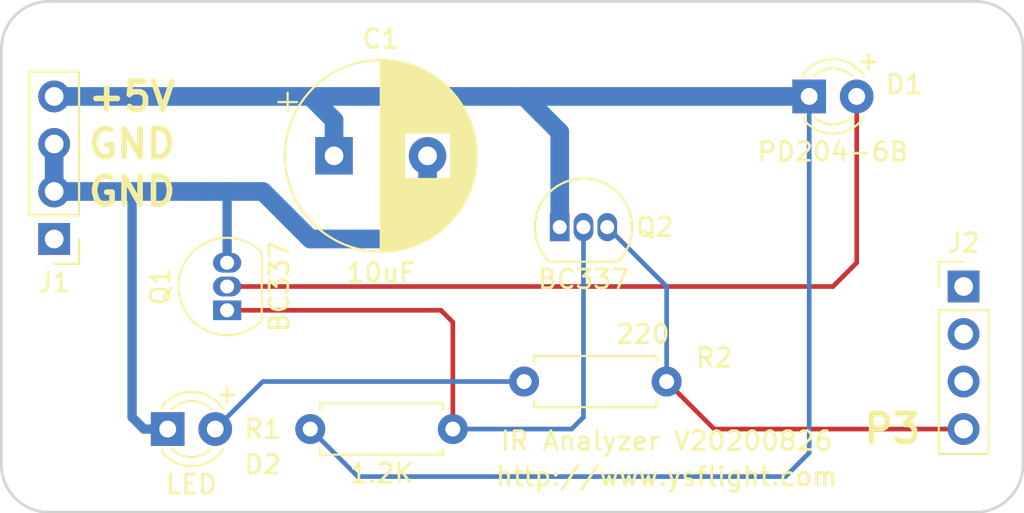
<source format=kicad_pcb>
(kicad_pcb (version 20171130) (host pcbnew "(5.1.6)-1")

  (general
    (thickness 1.6)
    (drawings 18)
    (tracks 45)
    (zones 0)
    (modules 9)
    (nets 11)
  )

  (page A4)
  (layers
    (0 F.Cu signal)
    (31 B.Cu signal)
    (32 B.Adhes user)
    (33 F.Adhes user)
    (34 B.Paste user)
    (35 F.Paste user)
    (36 B.SilkS user)
    (37 F.SilkS user)
    (38 B.Mask user)
    (39 F.Mask user)
    (40 Dwgs.User user)
    (41 Cmts.User user)
    (42 Eco1.User user)
    (43 Eco2.User user)
    (44 Edge.Cuts user)
    (45 Margin user)
    (46 B.CrtYd user)
    (47 F.CrtYd user)
    (48 B.Fab user)
    (49 F.Fab user)
  )

  (setup
    (last_trace_width 0.25)
    (trace_clearance 0.2)
    (zone_clearance 0.508)
    (zone_45_only no)
    (trace_min 0.2)
    (via_size 0.8)
    (via_drill 0.4)
    (via_min_size 0.4)
    (via_min_drill 0.3)
    (uvia_size 0.3)
    (uvia_drill 0.1)
    (uvias_allowed no)
    (uvia_min_size 0.2)
    (uvia_min_drill 0.1)
    (edge_width 0.1)
    (segment_width 0.2)
    (pcb_text_width 0.3)
    (pcb_text_size 1.5 1.5)
    (mod_edge_width 0.15)
    (mod_text_size 1 1)
    (mod_text_width 0.15)
    (pad_size 1.524 1.524)
    (pad_drill 0.762)
    (pad_to_mask_clearance 0)
    (aux_axis_origin 0 0)
    (visible_elements FFFFFF7F)
    (pcbplotparams
      (layerselection 0x010fc_ffffffff)
      (usegerberextensions false)
      (usegerberattributes true)
      (usegerberadvancedattributes true)
      (creategerberjobfile true)
      (excludeedgelayer true)
      (linewidth 0.100000)
      (plotframeref false)
      (viasonmask false)
      (mode 1)
      (useauxorigin false)
      (hpglpennumber 1)
      (hpglpenspeed 20)
      (hpglpendiameter 15.000000)
      (psnegative false)
      (psa4output false)
      (plotreference true)
      (plotvalue true)
      (plotinvisibletext false)
      (padsonsilk false)
      (subtractmaskfromsilk false)
      (outputformat 1)
      (mirror false)
      (drillshape 1)
      (scaleselection 1)
      (outputdirectory ""))
  )

  (net 0 "")
  (net 1 Arduino_GND)
  (net 2 Arduino_+5V)
  (net 3 "Net-(D1-Pad2)")
  (net 4 "Net-(D2-Pad2)")
  (net 5 "Net-(J1-Pad1)")
  (net 6 Arduino_Pin3)
  (net 7 "Net-(J2-Pad3)")
  (net 8 "Net-(J2-Pad2)")
  (net 9 "Net-(J2-Pad1)")
  (net 10 "Net-(Q1-Pad1)")

  (net_class Default "This is the default net class."
    (clearance 0.2)
    (trace_width 0.25)
    (via_dia 0.8)
    (via_drill 0.4)
    (uvia_dia 0.3)
    (uvia_drill 0.1)
    (add_net Arduino_+5V)
    (add_net Arduino_GND)
    (add_net Arduino_Pin3)
    (add_net "Net-(D1-Pad2)")
    (add_net "Net-(D2-Pad2)")
    (add_net "Net-(J1-Pad1)")
    (add_net "Net-(J2-Pad1)")
    (add_net "Net-(J2-Pad2)")
    (add_net "Net-(J2-Pad3)")
    (add_net "Net-(Q1-Pad1)")
  )

  (module Resistor_THT:R_Axial_DIN0207_L6.3mm_D2.5mm_P7.62mm_Horizontal (layer F.Cu) (tedit 5AE5139B) (tstamp 5F477B63)
    (at 133.985 90.17 180)
    (descr "Resistor, Axial_DIN0207 series, Axial, Horizontal, pin pitch=7.62mm, 0.25W = 1/4W, length*diameter=6.3*2.5mm^2, http://cdn-reichelt.de/documents/datenblatt/B400/1_4W%23YAG.pdf")
    (tags "Resistor Axial_DIN0207 series Axial Horizontal pin pitch 7.62mm 0.25W = 1/4W length 6.3mm diameter 2.5mm")
    (path /5D9838BB)
    (fp_text reference R2 (at -2.54 1.27) (layer F.SilkS)
      (effects (font (size 1 1) (thickness 0.15)))
    )
    (fp_text value 220 (at 1.27 2.54) (layer F.SilkS)
      (effects (font (size 1 1) (thickness 0.15)))
    )
    (fp_text user %R (at 3.81 0) (layer F.Fab)
      (effects (font (size 1 1) (thickness 0.15)))
    )
    (fp_line (start 0.66 -1.25) (end 0.66 1.25) (layer F.Fab) (width 0.1))
    (fp_line (start 0.66 1.25) (end 6.96 1.25) (layer F.Fab) (width 0.1))
    (fp_line (start 6.96 1.25) (end 6.96 -1.25) (layer F.Fab) (width 0.1))
    (fp_line (start 6.96 -1.25) (end 0.66 -1.25) (layer F.Fab) (width 0.1))
    (fp_line (start 0 0) (end 0.66 0) (layer F.Fab) (width 0.1))
    (fp_line (start 7.62 0) (end 6.96 0) (layer F.Fab) (width 0.1))
    (fp_line (start 0.54 -1.04) (end 0.54 -1.37) (layer F.SilkS) (width 0.12))
    (fp_line (start 0.54 -1.37) (end 7.08 -1.37) (layer F.SilkS) (width 0.12))
    (fp_line (start 7.08 -1.37) (end 7.08 -1.04) (layer F.SilkS) (width 0.12))
    (fp_line (start 0.54 1.04) (end 0.54 1.37) (layer F.SilkS) (width 0.12))
    (fp_line (start 0.54 1.37) (end 7.08 1.37) (layer F.SilkS) (width 0.12))
    (fp_line (start 7.08 1.37) (end 7.08 1.04) (layer F.SilkS) (width 0.12))
    (fp_line (start -1.05 -1.5) (end -1.05 1.5) (layer F.CrtYd) (width 0.05))
    (fp_line (start -1.05 1.5) (end 8.67 1.5) (layer F.CrtYd) (width 0.05))
    (fp_line (start 8.67 1.5) (end 8.67 -1.5) (layer F.CrtYd) (width 0.05))
    (fp_line (start 8.67 -1.5) (end -1.05 -1.5) (layer F.CrtYd) (width 0.05))
    (pad 2 thru_hole oval (at 7.62 0 180) (size 1.6 1.6) (drill 0.8) (layers *.Cu *.Mask)
      (net 4 "Net-(D2-Pad2)"))
    (pad 1 thru_hole circle (at 0 0 180) (size 1.6 1.6) (drill 0.8) (layers *.Cu *.Mask)
      (net 6 Arduino_Pin3))
    (model ${KISYS3DMOD}/Resistor_THT.3dshapes/R_Axial_DIN0207_L6.3mm_D2.5mm_P7.62mm_Horizontal.wrl
      (at (xyz 0 0 0))
      (scale (xyz 1 1 1))
      (rotate (xyz 0 0 0))
    )
  )

  (module Resistor_THT:R_Axial_DIN0207_L6.3mm_D2.5mm_P7.62mm_Horizontal (layer F.Cu) (tedit 5AE5139B) (tstamp 5F478417)
    (at 114.935 92.71)
    (descr "Resistor, Axial_DIN0207 series, Axial, Horizontal, pin pitch=7.62mm, 0.25W = 1/4W, length*diameter=6.3*2.5mm^2, http://cdn-reichelt.de/documents/datenblatt/B400/1_4W%23YAG.pdf")
    (tags "Resistor Axial_DIN0207 series Axial Horizontal pin pitch 7.62mm 0.25W = 1/4W length 6.3mm diameter 2.5mm")
    (path /5D981634)
    (fp_text reference R1 (at -2.54 0) (layer F.SilkS)
      (effects (font (size 1 1) (thickness 0.15)))
    )
    (fp_text value 1.2K (at 3.81 2.37) (layer F.SilkS)
      (effects (font (size 1 1) (thickness 0.15)))
    )
    (fp_text user %R (at 3.81 0) (layer F.Fab)
      (effects (font (size 1 1) (thickness 0.15)))
    )
    (fp_line (start 0.66 -1.25) (end 0.66 1.25) (layer F.Fab) (width 0.1))
    (fp_line (start 0.66 1.25) (end 6.96 1.25) (layer F.Fab) (width 0.1))
    (fp_line (start 6.96 1.25) (end 6.96 -1.25) (layer F.Fab) (width 0.1))
    (fp_line (start 6.96 -1.25) (end 0.66 -1.25) (layer F.Fab) (width 0.1))
    (fp_line (start 0 0) (end 0.66 0) (layer F.Fab) (width 0.1))
    (fp_line (start 7.62 0) (end 6.96 0) (layer F.Fab) (width 0.1))
    (fp_line (start 0.54 -1.04) (end 0.54 -1.37) (layer F.SilkS) (width 0.12))
    (fp_line (start 0.54 -1.37) (end 7.08 -1.37) (layer F.SilkS) (width 0.12))
    (fp_line (start 7.08 -1.37) (end 7.08 -1.04) (layer F.SilkS) (width 0.12))
    (fp_line (start 0.54 1.04) (end 0.54 1.37) (layer F.SilkS) (width 0.12))
    (fp_line (start 0.54 1.37) (end 7.08 1.37) (layer F.SilkS) (width 0.12))
    (fp_line (start 7.08 1.37) (end 7.08 1.04) (layer F.SilkS) (width 0.12))
    (fp_line (start -1.05 -1.5) (end -1.05 1.5) (layer F.CrtYd) (width 0.05))
    (fp_line (start -1.05 1.5) (end 8.67 1.5) (layer F.CrtYd) (width 0.05))
    (fp_line (start 8.67 1.5) (end 8.67 -1.5) (layer F.CrtYd) (width 0.05))
    (fp_line (start 8.67 -1.5) (end -1.05 -1.5) (layer F.CrtYd) (width 0.05))
    (pad 2 thru_hole oval (at 7.62 0) (size 1.6 1.6) (drill 0.8) (layers *.Cu *.Mask)
      (net 10 "Net-(Q1-Pad1)"))
    (pad 1 thru_hole circle (at 0 0) (size 1.6 1.6) (drill 0.8) (layers *.Cu *.Mask)
      (net 2 Arduino_+5V))
    (model ${KISYS3DMOD}/Resistor_THT.3dshapes/R_Axial_DIN0207_L6.3mm_D2.5mm_P7.62mm_Horizontal.wrl
      (at (xyz 0 0 0))
      (scale (xyz 1 1 1))
      (rotate (xyz 0 0 0))
    )
  )

  (module Package_TO_SOT_THT:TO-92_Inline (layer F.Cu) (tedit 5A1DD157) (tstamp 5F477B35)
    (at 128.27 81.915)
    (descr "TO-92 leads in-line, narrow, oval pads, drill 0.75mm (see NXP sot054_po.pdf)")
    (tags "to-92 sc-43 sc-43a sot54 PA33 transistor")
    (path /5D98102F)
    (fp_text reference Q2 (at 5.08 0) (layer F.SilkS)
      (effects (font (size 1 1) (thickness 0.15)))
    )
    (fp_text value BC337 (at 1.27 2.79) (layer F.SilkS)
      (effects (font (size 1 1) (thickness 0.15)))
    )
    (fp_arc (start 1.27 0) (end 1.27 -2.6) (angle 135) (layer F.SilkS) (width 0.12))
    (fp_arc (start 1.27 0) (end 1.27 -2.48) (angle -135) (layer F.Fab) (width 0.1))
    (fp_arc (start 1.27 0) (end 1.27 -2.6) (angle -135) (layer F.SilkS) (width 0.12))
    (fp_arc (start 1.27 0) (end 1.27 -2.48) (angle 135) (layer F.Fab) (width 0.1))
    (fp_text user %R (at 1.27 -3.56) (layer F.Fab)
      (effects (font (size 1 1) (thickness 0.15)))
    )
    (fp_line (start -0.53 1.85) (end 3.07 1.85) (layer F.SilkS) (width 0.12))
    (fp_line (start -0.5 1.75) (end 3 1.75) (layer F.Fab) (width 0.1))
    (fp_line (start -1.46 -2.73) (end 4 -2.73) (layer F.CrtYd) (width 0.05))
    (fp_line (start -1.46 -2.73) (end -1.46 2.01) (layer F.CrtYd) (width 0.05))
    (fp_line (start 4 2.01) (end 4 -2.73) (layer F.CrtYd) (width 0.05))
    (fp_line (start 4 2.01) (end -1.46 2.01) (layer F.CrtYd) (width 0.05))
    (pad 1 thru_hole rect (at 0 0) (size 1.05 1.5) (drill 0.75) (layers *.Cu *.Mask)
      (net 2 Arduino_+5V))
    (pad 3 thru_hole oval (at 2.54 0) (size 1.05 1.5) (drill 0.75) (layers *.Cu *.Mask)
      (net 6 Arduino_Pin3))
    (pad 2 thru_hole oval (at 1.27 0) (size 1.05 1.5) (drill 0.75) (layers *.Cu *.Mask)
      (net 10 "Net-(Q1-Pad1)"))
    (model ${KISYS3DMOD}/Package_TO_SOT_THT.3dshapes/TO-92_Inline.wrl
      (at (xyz 0 0 0))
      (scale (xyz 1 1 1))
      (rotate (xyz 0 0 0))
    )
  )

  (module Package_TO_SOT_THT:TO-92_Inline (layer F.Cu) (tedit 5A1DD157) (tstamp 5F477B23)
    (at 110.49 86.36 90)
    (descr "TO-92 leads in-line, narrow, oval pads, drill 0.75mm (see NXP sot054_po.pdf)")
    (tags "to-92 sc-43 sc-43a sot54 PA33 transistor")
    (path /5D980FF3)
    (fp_text reference Q1 (at 1.27 -3.56 90) (layer F.SilkS)
      (effects (font (size 1 1) (thickness 0.15)))
    )
    (fp_text value BC337 (at 1.27 2.79 90) (layer F.SilkS)
      (effects (font (size 1 1) (thickness 0.15)))
    )
    (fp_arc (start 1.27 0) (end 1.27 -2.6) (angle 135) (layer F.SilkS) (width 0.12))
    (fp_arc (start 1.27 0) (end 1.27 -2.48) (angle -135) (layer F.Fab) (width 0.1))
    (fp_arc (start 1.27 0) (end 1.27 -2.6) (angle -135) (layer F.SilkS) (width 0.12))
    (fp_arc (start 1.27 0) (end 1.27 -2.48) (angle 135) (layer F.Fab) (width 0.1))
    (fp_text user %R (at 1.27 -3.56 90) (layer F.Fab)
      (effects (font (size 1 1) (thickness 0.15)))
    )
    (fp_line (start -0.53 1.85) (end 3.07 1.85) (layer F.SilkS) (width 0.12))
    (fp_line (start -0.5 1.75) (end 3 1.75) (layer F.Fab) (width 0.1))
    (fp_line (start -1.46 -2.73) (end 4 -2.73) (layer F.CrtYd) (width 0.05))
    (fp_line (start -1.46 -2.73) (end -1.46 2.01) (layer F.CrtYd) (width 0.05))
    (fp_line (start 4 2.01) (end 4 -2.73) (layer F.CrtYd) (width 0.05))
    (fp_line (start 4 2.01) (end -1.46 2.01) (layer F.CrtYd) (width 0.05))
    (pad 1 thru_hole rect (at 0 0 90) (size 1.05 1.5) (drill 0.75) (layers *.Cu *.Mask)
      (net 10 "Net-(Q1-Pad1)"))
    (pad 3 thru_hole oval (at 2.54 0 90) (size 1.05 1.5) (drill 0.75) (layers *.Cu *.Mask)
      (net 1 Arduino_GND))
    (pad 2 thru_hole oval (at 1.27 0 90) (size 1.05 1.5) (drill 0.75) (layers *.Cu *.Mask)
      (net 3 "Net-(D1-Pad2)"))
    (model ${KISYS3DMOD}/Package_TO_SOT_THT.3dshapes/TO-92_Inline.wrl
      (at (xyz 0 0 0))
      (scale (xyz 1 1 1))
      (rotate (xyz 0 0 0))
    )
  )

  (module Connector_PinHeader_2.54mm:PinHeader_1x04_P2.54mm_Vertical (layer F.Cu) (tedit 59FED5CC) (tstamp 5F477B11)
    (at 149.86 85.09)
    (descr "Through hole straight pin header, 1x04, 2.54mm pitch, single row")
    (tags "Through hole pin header THT 1x04 2.54mm single row")
    (path /5F473F20)
    (fp_text reference J2 (at 0 -2.33) (layer F.SilkS)
      (effects (font (size 1 1) (thickness 0.15)))
    )
    (fp_text value Data (at 0 9.95) (layer F.Fab)
      (effects (font (size 1 1) (thickness 0.15)))
    )
    (fp_text user %R (at 0 3.81 90) (layer F.Fab)
      (effects (font (size 1 1) (thickness 0.15)))
    )
    (fp_line (start -0.635 -1.27) (end 1.27 -1.27) (layer F.Fab) (width 0.1))
    (fp_line (start 1.27 -1.27) (end 1.27 8.89) (layer F.Fab) (width 0.1))
    (fp_line (start 1.27 8.89) (end -1.27 8.89) (layer F.Fab) (width 0.1))
    (fp_line (start -1.27 8.89) (end -1.27 -0.635) (layer F.Fab) (width 0.1))
    (fp_line (start -1.27 -0.635) (end -0.635 -1.27) (layer F.Fab) (width 0.1))
    (fp_line (start -1.33 8.95) (end 1.33 8.95) (layer F.SilkS) (width 0.12))
    (fp_line (start -1.33 1.27) (end -1.33 8.95) (layer F.SilkS) (width 0.12))
    (fp_line (start 1.33 1.27) (end 1.33 8.95) (layer F.SilkS) (width 0.12))
    (fp_line (start -1.33 1.27) (end 1.33 1.27) (layer F.SilkS) (width 0.12))
    (fp_line (start -1.33 0) (end -1.33 -1.33) (layer F.SilkS) (width 0.12))
    (fp_line (start -1.33 -1.33) (end 0 -1.33) (layer F.SilkS) (width 0.12))
    (fp_line (start -1.8 -1.8) (end -1.8 9.4) (layer F.CrtYd) (width 0.05))
    (fp_line (start -1.8 9.4) (end 1.8 9.4) (layer F.CrtYd) (width 0.05))
    (fp_line (start 1.8 9.4) (end 1.8 -1.8) (layer F.CrtYd) (width 0.05))
    (fp_line (start 1.8 -1.8) (end -1.8 -1.8) (layer F.CrtYd) (width 0.05))
    (pad 4 thru_hole oval (at 0 7.62) (size 1.7 1.7) (drill 1) (layers *.Cu *.Mask)
      (net 6 Arduino_Pin3))
    (pad 3 thru_hole oval (at 0 5.08) (size 1.7 1.7) (drill 1) (layers *.Cu *.Mask)
      (net 7 "Net-(J2-Pad3)"))
    (pad 2 thru_hole oval (at 0 2.54) (size 1.7 1.7) (drill 1) (layers *.Cu *.Mask)
      (net 8 "Net-(J2-Pad2)"))
    (pad 1 thru_hole rect (at 0 0) (size 1.7 1.7) (drill 1) (layers *.Cu *.Mask)
      (net 9 "Net-(J2-Pad1)"))
    (model ${KISYS3DMOD}/Connector_PinHeader_2.54mm.3dshapes/PinHeader_1x04_P2.54mm_Vertical.wrl
      (at (xyz 0 0 0))
      (scale (xyz 1 1 1))
      (rotate (xyz 0 0 0))
    )
  )

  (module Connector_PinHeader_2.54mm:PinHeader_1x04_P2.54mm_Vertical (layer F.Cu) (tedit 59FED5CC) (tstamp 5F477AF9)
    (at 101.245354 82.55 180)
    (descr "Through hole straight pin header, 1x04, 2.54mm pitch, single row")
    (tags "Through hole pin header THT 1x04 2.54mm single row")
    (path /5F4780E1)
    (fp_text reference J1 (at 0 -2.33) (layer F.SilkS)
      (effects (font (size 1 1) (thickness 0.15)))
    )
    (fp_text value Power (at 0 9.95) (layer F.Fab)
      (effects (font (size 1 1) (thickness 0.15)))
    )
    (fp_text user %R (at 0 3.81 90) (layer F.Fab)
      (effects (font (size 1 1) (thickness 0.15)))
    )
    (fp_line (start -0.635 -1.27) (end 1.27 -1.27) (layer F.Fab) (width 0.1))
    (fp_line (start 1.27 -1.27) (end 1.27 8.89) (layer F.Fab) (width 0.1))
    (fp_line (start 1.27 8.89) (end -1.27 8.89) (layer F.Fab) (width 0.1))
    (fp_line (start -1.27 8.89) (end -1.27 -0.635) (layer F.Fab) (width 0.1))
    (fp_line (start -1.27 -0.635) (end -0.635 -1.27) (layer F.Fab) (width 0.1))
    (fp_line (start -1.33 8.95) (end 1.33 8.95) (layer F.SilkS) (width 0.12))
    (fp_line (start -1.33 1.27) (end -1.33 8.95) (layer F.SilkS) (width 0.12))
    (fp_line (start 1.33 1.27) (end 1.33 8.95) (layer F.SilkS) (width 0.12))
    (fp_line (start -1.33 1.27) (end 1.33 1.27) (layer F.SilkS) (width 0.12))
    (fp_line (start -1.33 0) (end -1.33 -1.33) (layer F.SilkS) (width 0.12))
    (fp_line (start -1.33 -1.33) (end 0 -1.33) (layer F.SilkS) (width 0.12))
    (fp_line (start -1.8 -1.8) (end -1.8 9.4) (layer F.CrtYd) (width 0.05))
    (fp_line (start -1.8 9.4) (end 1.8 9.4) (layer F.CrtYd) (width 0.05))
    (fp_line (start 1.8 9.4) (end 1.8 -1.8) (layer F.CrtYd) (width 0.05))
    (fp_line (start 1.8 -1.8) (end -1.8 -1.8) (layer F.CrtYd) (width 0.05))
    (pad 4 thru_hole oval (at 0 7.62 180) (size 1.7 1.7) (drill 1) (layers *.Cu *.Mask)
      (net 2 Arduino_+5V))
    (pad 3 thru_hole oval (at 0 5.08 180) (size 1.7 1.7) (drill 1) (layers *.Cu *.Mask)
      (net 1 Arduino_GND))
    (pad 2 thru_hole oval (at 0 2.54 180) (size 1.7 1.7) (drill 1) (layers *.Cu *.Mask)
      (net 1 Arduino_GND))
    (pad 1 thru_hole rect (at 0 0 180) (size 1.7 1.7) (drill 1) (layers *.Cu *.Mask)
      (net 5 "Net-(J1-Pad1)"))
    (model ${KISYS3DMOD}/Connector_PinHeader_2.54mm.3dshapes/PinHeader_1x04_P2.54mm_Vertical.wrl
      (at (xyz 0 0 0))
      (scale (xyz 1 1 1))
      (rotate (xyz 0 0 0))
    )
  )

  (module LED_THT:LED_D3.0mm (layer F.Cu) (tedit 587A3A7B) (tstamp 5F477AE1)
    (at 107.315 92.71)
    (descr "LED, diameter 3.0mm, 2 pins")
    (tags "LED diameter 3.0mm 2 pins")
    (path /5D983800)
    (fp_text reference D2 (at 5.08 1.905) (layer F.SilkS)
      (effects (font (size 1 1) (thickness 0.15)))
    )
    (fp_text value LED (at 1.27 2.96) (layer F.SilkS)
      (effects (font (size 1 1) (thickness 0.15)))
    )
    (fp_arc (start 1.27 0) (end 0.229039 1.08) (angle -87.9) (layer F.SilkS) (width 0.12))
    (fp_arc (start 1.27 0) (end 0.229039 -1.08) (angle 87.9) (layer F.SilkS) (width 0.12))
    (fp_arc (start 1.27 0) (end -0.29 1.235516) (angle -108.8) (layer F.SilkS) (width 0.12))
    (fp_arc (start 1.27 0) (end -0.29 -1.235516) (angle 108.8) (layer F.SilkS) (width 0.12))
    (fp_arc (start 1.27 0) (end -0.23 -1.16619) (angle 284.3) (layer F.Fab) (width 0.1))
    (fp_circle (center 1.27 0) (end 2.77 0) (layer F.Fab) (width 0.1))
    (fp_line (start -0.23 -1.16619) (end -0.23 1.16619) (layer F.Fab) (width 0.1))
    (fp_line (start -0.29 -1.236) (end -0.29 -1.08) (layer F.SilkS) (width 0.12))
    (fp_line (start -0.29 1.08) (end -0.29 1.236) (layer F.SilkS) (width 0.12))
    (fp_line (start -1.15 -2.25) (end -1.15 2.25) (layer F.CrtYd) (width 0.05))
    (fp_line (start -1.15 2.25) (end 3.7 2.25) (layer F.CrtYd) (width 0.05))
    (fp_line (start 3.7 2.25) (end 3.7 -2.25) (layer F.CrtYd) (width 0.05))
    (fp_line (start 3.7 -2.25) (end -1.15 -2.25) (layer F.CrtYd) (width 0.05))
    (pad 2 thru_hole circle (at 2.54 0) (size 1.8 1.8) (drill 0.9) (layers *.Cu *.Mask)
      (net 4 "Net-(D2-Pad2)"))
    (pad 1 thru_hole rect (at 0 0) (size 1.8 1.8) (drill 0.9) (layers *.Cu *.Mask)
      (net 1 Arduino_GND))
    (model ${KISYS3DMOD}/LED_THT.3dshapes/LED_D3.0mm.wrl
      (at (xyz 0 0 0))
      (scale (xyz 1 1 1))
      (rotate (xyz 0 0 0))
    )
  )

  (module LED_THT:LED_D3.0mm_IRBlack (layer F.Cu) (tedit 5A6C9BB8) (tstamp 5F478D02)
    (at 141.605 74.93)
    (descr "IR-ED, diameter 3.0mm, 2 pins, color: black")
    (tags "IR infrared LED diameter 3.0mm 2 pins black")
    (path /5D9816AD)
    (fp_text reference D1 (at 5.08 -0.635) (layer F.SilkS)
      (effects (font (size 1 1) (thickness 0.15)))
    )
    (fp_text value PD204-6B (at 1.27 2.96) (layer F.SilkS)
      (effects (font (size 1 1) (thickness 0.15)))
    )
    (fp_arc (start 1.27 0) (end 0.229039 1.08) (angle -87.9) (layer F.SilkS) (width 0.12))
    (fp_arc (start 1.27 0) (end 0.229039 -1.08) (angle 87.9) (layer F.SilkS) (width 0.12))
    (fp_arc (start 1.27 0) (end -0.29 1.235516) (angle -108.8) (layer F.SilkS) (width 0.12))
    (fp_arc (start 1.27 0) (end -0.29 -1.235516) (angle 108.8) (layer F.SilkS) (width 0.12))
    (fp_arc (start 1.27 0) (end -0.23 -1.16619) (angle 284.3) (layer F.Fab) (width 0.1))
    (fp_text user %R (at 1.47 0) (layer F.Fab)
      (effects (font (size 0.8 0.8) (thickness 0.12)))
    )
    (fp_line (start -0.23 -1.16619) (end -0.23 1.16619) (layer F.Fab) (width 0.1))
    (fp_line (start -0.29 -1.236) (end -0.29 -1.08) (layer F.SilkS) (width 0.12))
    (fp_line (start -0.29 1.08) (end -0.29 1.236) (layer F.SilkS) (width 0.12))
    (fp_line (start -1.15 -2.25) (end -1.15 2.25) (layer F.CrtYd) (width 0.05))
    (fp_line (start -1.15 2.25) (end 3.7 2.25) (layer F.CrtYd) (width 0.05))
    (fp_line (start 3.7 2.25) (end 3.7 -2.25) (layer F.CrtYd) (width 0.05))
    (fp_line (start 3.7 -2.25) (end -1.15 -2.25) (layer F.CrtYd) (width 0.05))
    (fp_circle (center 1.27 0) (end 2.77 0) (layer F.Fab) (width 0.1))
    (pad 2 thru_hole circle (at 2.54 0) (size 1.8 1.8) (drill 0.9) (layers *.Cu *.Mask)
      (net 3 "Net-(D1-Pad2)"))
    (pad 1 thru_hole rect (at 0 0) (size 1.8 1.8) (drill 0.9) (layers *.Cu *.Mask)
      (net 2 Arduino_+5V))
    (model ${KISYS3DMOD}/LED_THT.3dshapes/LED_D3.0mm_IRBlack.wrl
      (at (xyz 0 0 0))
      (scale (xyz 1 1 1))
      (rotate (xyz 0 0 0))
    )
  )

  (module Capacitor_THT:CP_Radial_D10.0mm_P5.00mm (layer F.Cu) (tedit 5AE50EF1) (tstamp 5F477ABA)
    (at 116.205 78.105)
    (descr "CP, Radial series, Radial, pin pitch=5.00mm, , diameter=10mm, Electrolytic Capacitor")
    (tags "CP Radial series Radial pin pitch 5.00mm  diameter 10mm Electrolytic Capacitor")
    (path /5DBA76CB)
    (fp_text reference C1 (at 2.5 -6.25) (layer F.SilkS)
      (effects (font (size 1 1) (thickness 0.15)))
    )
    (fp_text value 10uF (at 2.5 6.25) (layer F.SilkS)
      (effects (font (size 1 1) (thickness 0.15)))
    )
    (fp_text user %R (at 2.5 0) (layer F.Fab)
      (effects (font (size 1 1) (thickness 0.15)))
    )
    (fp_circle (center 2.5 0) (end 7.5 0) (layer F.Fab) (width 0.1))
    (fp_circle (center 2.5 0) (end 7.62 0) (layer F.SilkS) (width 0.12))
    (fp_circle (center 2.5 0) (end 7.75 0) (layer F.CrtYd) (width 0.05))
    (fp_line (start -1.788861 -2.1875) (end -0.788861 -2.1875) (layer F.Fab) (width 0.1))
    (fp_line (start -1.288861 -2.6875) (end -1.288861 -1.6875) (layer F.Fab) (width 0.1))
    (fp_line (start 2.5 -5.08) (end 2.5 5.08) (layer F.SilkS) (width 0.12))
    (fp_line (start 2.54 -5.08) (end 2.54 5.08) (layer F.SilkS) (width 0.12))
    (fp_line (start 2.58 -5.08) (end 2.58 5.08) (layer F.SilkS) (width 0.12))
    (fp_line (start 2.62 -5.079) (end 2.62 5.079) (layer F.SilkS) (width 0.12))
    (fp_line (start 2.66 -5.078) (end 2.66 5.078) (layer F.SilkS) (width 0.12))
    (fp_line (start 2.7 -5.077) (end 2.7 5.077) (layer F.SilkS) (width 0.12))
    (fp_line (start 2.74 -5.075) (end 2.74 5.075) (layer F.SilkS) (width 0.12))
    (fp_line (start 2.78 -5.073) (end 2.78 5.073) (layer F.SilkS) (width 0.12))
    (fp_line (start 2.82 -5.07) (end 2.82 5.07) (layer F.SilkS) (width 0.12))
    (fp_line (start 2.86 -5.068) (end 2.86 5.068) (layer F.SilkS) (width 0.12))
    (fp_line (start 2.9 -5.065) (end 2.9 5.065) (layer F.SilkS) (width 0.12))
    (fp_line (start 2.94 -5.062) (end 2.94 5.062) (layer F.SilkS) (width 0.12))
    (fp_line (start 2.98 -5.058) (end 2.98 5.058) (layer F.SilkS) (width 0.12))
    (fp_line (start 3.02 -5.054) (end 3.02 5.054) (layer F.SilkS) (width 0.12))
    (fp_line (start 3.06 -5.05) (end 3.06 5.05) (layer F.SilkS) (width 0.12))
    (fp_line (start 3.1 -5.045) (end 3.1 5.045) (layer F.SilkS) (width 0.12))
    (fp_line (start 3.14 -5.04) (end 3.14 5.04) (layer F.SilkS) (width 0.12))
    (fp_line (start 3.18 -5.035) (end 3.18 5.035) (layer F.SilkS) (width 0.12))
    (fp_line (start 3.221 -5.03) (end 3.221 5.03) (layer F.SilkS) (width 0.12))
    (fp_line (start 3.261 -5.024) (end 3.261 5.024) (layer F.SilkS) (width 0.12))
    (fp_line (start 3.301 -5.018) (end 3.301 5.018) (layer F.SilkS) (width 0.12))
    (fp_line (start 3.341 -5.011) (end 3.341 5.011) (layer F.SilkS) (width 0.12))
    (fp_line (start 3.381 -5.004) (end 3.381 5.004) (layer F.SilkS) (width 0.12))
    (fp_line (start 3.421 -4.997) (end 3.421 4.997) (layer F.SilkS) (width 0.12))
    (fp_line (start 3.461 -4.99) (end 3.461 4.99) (layer F.SilkS) (width 0.12))
    (fp_line (start 3.501 -4.982) (end 3.501 4.982) (layer F.SilkS) (width 0.12))
    (fp_line (start 3.541 -4.974) (end 3.541 4.974) (layer F.SilkS) (width 0.12))
    (fp_line (start 3.581 -4.965) (end 3.581 4.965) (layer F.SilkS) (width 0.12))
    (fp_line (start 3.621 -4.956) (end 3.621 4.956) (layer F.SilkS) (width 0.12))
    (fp_line (start 3.661 -4.947) (end 3.661 4.947) (layer F.SilkS) (width 0.12))
    (fp_line (start 3.701 -4.938) (end 3.701 4.938) (layer F.SilkS) (width 0.12))
    (fp_line (start 3.741 -4.928) (end 3.741 4.928) (layer F.SilkS) (width 0.12))
    (fp_line (start 3.781 -4.918) (end 3.781 -1.241) (layer F.SilkS) (width 0.12))
    (fp_line (start 3.781 1.241) (end 3.781 4.918) (layer F.SilkS) (width 0.12))
    (fp_line (start 3.821 -4.907) (end 3.821 -1.241) (layer F.SilkS) (width 0.12))
    (fp_line (start 3.821 1.241) (end 3.821 4.907) (layer F.SilkS) (width 0.12))
    (fp_line (start 3.861 -4.897) (end 3.861 -1.241) (layer F.SilkS) (width 0.12))
    (fp_line (start 3.861 1.241) (end 3.861 4.897) (layer F.SilkS) (width 0.12))
    (fp_line (start 3.901 -4.885) (end 3.901 -1.241) (layer F.SilkS) (width 0.12))
    (fp_line (start 3.901 1.241) (end 3.901 4.885) (layer F.SilkS) (width 0.12))
    (fp_line (start 3.941 -4.874) (end 3.941 -1.241) (layer F.SilkS) (width 0.12))
    (fp_line (start 3.941 1.241) (end 3.941 4.874) (layer F.SilkS) (width 0.12))
    (fp_line (start 3.981 -4.862) (end 3.981 -1.241) (layer F.SilkS) (width 0.12))
    (fp_line (start 3.981 1.241) (end 3.981 4.862) (layer F.SilkS) (width 0.12))
    (fp_line (start 4.021 -4.85) (end 4.021 -1.241) (layer F.SilkS) (width 0.12))
    (fp_line (start 4.021 1.241) (end 4.021 4.85) (layer F.SilkS) (width 0.12))
    (fp_line (start 4.061 -4.837) (end 4.061 -1.241) (layer F.SilkS) (width 0.12))
    (fp_line (start 4.061 1.241) (end 4.061 4.837) (layer F.SilkS) (width 0.12))
    (fp_line (start 4.101 -4.824) (end 4.101 -1.241) (layer F.SilkS) (width 0.12))
    (fp_line (start 4.101 1.241) (end 4.101 4.824) (layer F.SilkS) (width 0.12))
    (fp_line (start 4.141 -4.811) (end 4.141 -1.241) (layer F.SilkS) (width 0.12))
    (fp_line (start 4.141 1.241) (end 4.141 4.811) (layer F.SilkS) (width 0.12))
    (fp_line (start 4.181 -4.797) (end 4.181 -1.241) (layer F.SilkS) (width 0.12))
    (fp_line (start 4.181 1.241) (end 4.181 4.797) (layer F.SilkS) (width 0.12))
    (fp_line (start 4.221 -4.783) (end 4.221 -1.241) (layer F.SilkS) (width 0.12))
    (fp_line (start 4.221 1.241) (end 4.221 4.783) (layer F.SilkS) (width 0.12))
    (fp_line (start 4.261 -4.768) (end 4.261 -1.241) (layer F.SilkS) (width 0.12))
    (fp_line (start 4.261 1.241) (end 4.261 4.768) (layer F.SilkS) (width 0.12))
    (fp_line (start 4.301 -4.754) (end 4.301 -1.241) (layer F.SilkS) (width 0.12))
    (fp_line (start 4.301 1.241) (end 4.301 4.754) (layer F.SilkS) (width 0.12))
    (fp_line (start 4.341 -4.738) (end 4.341 -1.241) (layer F.SilkS) (width 0.12))
    (fp_line (start 4.341 1.241) (end 4.341 4.738) (layer F.SilkS) (width 0.12))
    (fp_line (start 4.381 -4.723) (end 4.381 -1.241) (layer F.SilkS) (width 0.12))
    (fp_line (start 4.381 1.241) (end 4.381 4.723) (layer F.SilkS) (width 0.12))
    (fp_line (start 4.421 -4.707) (end 4.421 -1.241) (layer F.SilkS) (width 0.12))
    (fp_line (start 4.421 1.241) (end 4.421 4.707) (layer F.SilkS) (width 0.12))
    (fp_line (start 4.461 -4.69) (end 4.461 -1.241) (layer F.SilkS) (width 0.12))
    (fp_line (start 4.461 1.241) (end 4.461 4.69) (layer F.SilkS) (width 0.12))
    (fp_line (start 4.501 -4.674) (end 4.501 -1.241) (layer F.SilkS) (width 0.12))
    (fp_line (start 4.501 1.241) (end 4.501 4.674) (layer F.SilkS) (width 0.12))
    (fp_line (start 4.541 -4.657) (end 4.541 -1.241) (layer F.SilkS) (width 0.12))
    (fp_line (start 4.541 1.241) (end 4.541 4.657) (layer F.SilkS) (width 0.12))
    (fp_line (start 4.581 -4.639) (end 4.581 -1.241) (layer F.SilkS) (width 0.12))
    (fp_line (start 4.581 1.241) (end 4.581 4.639) (layer F.SilkS) (width 0.12))
    (fp_line (start 4.621 -4.621) (end 4.621 -1.241) (layer F.SilkS) (width 0.12))
    (fp_line (start 4.621 1.241) (end 4.621 4.621) (layer F.SilkS) (width 0.12))
    (fp_line (start 4.661 -4.603) (end 4.661 -1.241) (layer F.SilkS) (width 0.12))
    (fp_line (start 4.661 1.241) (end 4.661 4.603) (layer F.SilkS) (width 0.12))
    (fp_line (start 4.701 -4.584) (end 4.701 -1.241) (layer F.SilkS) (width 0.12))
    (fp_line (start 4.701 1.241) (end 4.701 4.584) (layer F.SilkS) (width 0.12))
    (fp_line (start 4.741 -4.564) (end 4.741 -1.241) (layer F.SilkS) (width 0.12))
    (fp_line (start 4.741 1.241) (end 4.741 4.564) (layer F.SilkS) (width 0.12))
    (fp_line (start 4.781 -4.545) (end 4.781 -1.241) (layer F.SilkS) (width 0.12))
    (fp_line (start 4.781 1.241) (end 4.781 4.545) (layer F.SilkS) (width 0.12))
    (fp_line (start 4.821 -4.525) (end 4.821 -1.241) (layer F.SilkS) (width 0.12))
    (fp_line (start 4.821 1.241) (end 4.821 4.525) (layer F.SilkS) (width 0.12))
    (fp_line (start 4.861 -4.504) (end 4.861 -1.241) (layer F.SilkS) (width 0.12))
    (fp_line (start 4.861 1.241) (end 4.861 4.504) (layer F.SilkS) (width 0.12))
    (fp_line (start 4.901 -4.483) (end 4.901 -1.241) (layer F.SilkS) (width 0.12))
    (fp_line (start 4.901 1.241) (end 4.901 4.483) (layer F.SilkS) (width 0.12))
    (fp_line (start 4.941 -4.462) (end 4.941 -1.241) (layer F.SilkS) (width 0.12))
    (fp_line (start 4.941 1.241) (end 4.941 4.462) (layer F.SilkS) (width 0.12))
    (fp_line (start 4.981 -4.44) (end 4.981 -1.241) (layer F.SilkS) (width 0.12))
    (fp_line (start 4.981 1.241) (end 4.981 4.44) (layer F.SilkS) (width 0.12))
    (fp_line (start 5.021 -4.417) (end 5.021 -1.241) (layer F.SilkS) (width 0.12))
    (fp_line (start 5.021 1.241) (end 5.021 4.417) (layer F.SilkS) (width 0.12))
    (fp_line (start 5.061 -4.395) (end 5.061 -1.241) (layer F.SilkS) (width 0.12))
    (fp_line (start 5.061 1.241) (end 5.061 4.395) (layer F.SilkS) (width 0.12))
    (fp_line (start 5.101 -4.371) (end 5.101 -1.241) (layer F.SilkS) (width 0.12))
    (fp_line (start 5.101 1.241) (end 5.101 4.371) (layer F.SilkS) (width 0.12))
    (fp_line (start 5.141 -4.347) (end 5.141 -1.241) (layer F.SilkS) (width 0.12))
    (fp_line (start 5.141 1.241) (end 5.141 4.347) (layer F.SilkS) (width 0.12))
    (fp_line (start 5.181 -4.323) (end 5.181 -1.241) (layer F.SilkS) (width 0.12))
    (fp_line (start 5.181 1.241) (end 5.181 4.323) (layer F.SilkS) (width 0.12))
    (fp_line (start 5.221 -4.298) (end 5.221 -1.241) (layer F.SilkS) (width 0.12))
    (fp_line (start 5.221 1.241) (end 5.221 4.298) (layer F.SilkS) (width 0.12))
    (fp_line (start 5.261 -4.273) (end 5.261 -1.241) (layer F.SilkS) (width 0.12))
    (fp_line (start 5.261 1.241) (end 5.261 4.273) (layer F.SilkS) (width 0.12))
    (fp_line (start 5.301 -4.247) (end 5.301 -1.241) (layer F.SilkS) (width 0.12))
    (fp_line (start 5.301 1.241) (end 5.301 4.247) (layer F.SilkS) (width 0.12))
    (fp_line (start 5.341 -4.221) (end 5.341 -1.241) (layer F.SilkS) (width 0.12))
    (fp_line (start 5.341 1.241) (end 5.341 4.221) (layer F.SilkS) (width 0.12))
    (fp_line (start 5.381 -4.194) (end 5.381 -1.241) (layer F.SilkS) (width 0.12))
    (fp_line (start 5.381 1.241) (end 5.381 4.194) (layer F.SilkS) (width 0.12))
    (fp_line (start 5.421 -4.166) (end 5.421 -1.241) (layer F.SilkS) (width 0.12))
    (fp_line (start 5.421 1.241) (end 5.421 4.166) (layer F.SilkS) (width 0.12))
    (fp_line (start 5.461 -4.138) (end 5.461 -1.241) (layer F.SilkS) (width 0.12))
    (fp_line (start 5.461 1.241) (end 5.461 4.138) (layer F.SilkS) (width 0.12))
    (fp_line (start 5.501 -4.11) (end 5.501 -1.241) (layer F.SilkS) (width 0.12))
    (fp_line (start 5.501 1.241) (end 5.501 4.11) (layer F.SilkS) (width 0.12))
    (fp_line (start 5.541 -4.08) (end 5.541 -1.241) (layer F.SilkS) (width 0.12))
    (fp_line (start 5.541 1.241) (end 5.541 4.08) (layer F.SilkS) (width 0.12))
    (fp_line (start 5.581 -4.05) (end 5.581 -1.241) (layer F.SilkS) (width 0.12))
    (fp_line (start 5.581 1.241) (end 5.581 4.05) (layer F.SilkS) (width 0.12))
    (fp_line (start 5.621 -4.02) (end 5.621 -1.241) (layer F.SilkS) (width 0.12))
    (fp_line (start 5.621 1.241) (end 5.621 4.02) (layer F.SilkS) (width 0.12))
    (fp_line (start 5.661 -3.989) (end 5.661 -1.241) (layer F.SilkS) (width 0.12))
    (fp_line (start 5.661 1.241) (end 5.661 3.989) (layer F.SilkS) (width 0.12))
    (fp_line (start 5.701 -3.957) (end 5.701 -1.241) (layer F.SilkS) (width 0.12))
    (fp_line (start 5.701 1.241) (end 5.701 3.957) (layer F.SilkS) (width 0.12))
    (fp_line (start 5.741 -3.925) (end 5.741 -1.241) (layer F.SilkS) (width 0.12))
    (fp_line (start 5.741 1.241) (end 5.741 3.925) (layer F.SilkS) (width 0.12))
    (fp_line (start 5.781 -3.892) (end 5.781 -1.241) (layer F.SilkS) (width 0.12))
    (fp_line (start 5.781 1.241) (end 5.781 3.892) (layer F.SilkS) (width 0.12))
    (fp_line (start 5.821 -3.858) (end 5.821 -1.241) (layer F.SilkS) (width 0.12))
    (fp_line (start 5.821 1.241) (end 5.821 3.858) (layer F.SilkS) (width 0.12))
    (fp_line (start 5.861 -3.824) (end 5.861 -1.241) (layer F.SilkS) (width 0.12))
    (fp_line (start 5.861 1.241) (end 5.861 3.824) (layer F.SilkS) (width 0.12))
    (fp_line (start 5.901 -3.789) (end 5.901 -1.241) (layer F.SilkS) (width 0.12))
    (fp_line (start 5.901 1.241) (end 5.901 3.789) (layer F.SilkS) (width 0.12))
    (fp_line (start 5.941 -3.753) (end 5.941 -1.241) (layer F.SilkS) (width 0.12))
    (fp_line (start 5.941 1.241) (end 5.941 3.753) (layer F.SilkS) (width 0.12))
    (fp_line (start 5.981 -3.716) (end 5.981 -1.241) (layer F.SilkS) (width 0.12))
    (fp_line (start 5.981 1.241) (end 5.981 3.716) (layer F.SilkS) (width 0.12))
    (fp_line (start 6.021 -3.679) (end 6.021 -1.241) (layer F.SilkS) (width 0.12))
    (fp_line (start 6.021 1.241) (end 6.021 3.679) (layer F.SilkS) (width 0.12))
    (fp_line (start 6.061 -3.64) (end 6.061 -1.241) (layer F.SilkS) (width 0.12))
    (fp_line (start 6.061 1.241) (end 6.061 3.64) (layer F.SilkS) (width 0.12))
    (fp_line (start 6.101 -3.601) (end 6.101 -1.241) (layer F.SilkS) (width 0.12))
    (fp_line (start 6.101 1.241) (end 6.101 3.601) (layer F.SilkS) (width 0.12))
    (fp_line (start 6.141 -3.561) (end 6.141 -1.241) (layer F.SilkS) (width 0.12))
    (fp_line (start 6.141 1.241) (end 6.141 3.561) (layer F.SilkS) (width 0.12))
    (fp_line (start 6.181 -3.52) (end 6.181 -1.241) (layer F.SilkS) (width 0.12))
    (fp_line (start 6.181 1.241) (end 6.181 3.52) (layer F.SilkS) (width 0.12))
    (fp_line (start 6.221 -3.478) (end 6.221 -1.241) (layer F.SilkS) (width 0.12))
    (fp_line (start 6.221 1.241) (end 6.221 3.478) (layer F.SilkS) (width 0.12))
    (fp_line (start 6.261 -3.436) (end 6.261 3.436) (layer F.SilkS) (width 0.12))
    (fp_line (start 6.301 -3.392) (end 6.301 3.392) (layer F.SilkS) (width 0.12))
    (fp_line (start 6.341 -3.347) (end 6.341 3.347) (layer F.SilkS) (width 0.12))
    (fp_line (start 6.381 -3.301) (end 6.381 3.301) (layer F.SilkS) (width 0.12))
    (fp_line (start 6.421 -3.254) (end 6.421 3.254) (layer F.SilkS) (width 0.12))
    (fp_line (start 6.461 -3.206) (end 6.461 3.206) (layer F.SilkS) (width 0.12))
    (fp_line (start 6.501 -3.156) (end 6.501 3.156) (layer F.SilkS) (width 0.12))
    (fp_line (start 6.541 -3.106) (end 6.541 3.106) (layer F.SilkS) (width 0.12))
    (fp_line (start 6.581 -3.054) (end 6.581 3.054) (layer F.SilkS) (width 0.12))
    (fp_line (start 6.621 -3) (end 6.621 3) (layer F.SilkS) (width 0.12))
    (fp_line (start 6.661 -2.945) (end 6.661 2.945) (layer F.SilkS) (width 0.12))
    (fp_line (start 6.701 -2.889) (end 6.701 2.889) (layer F.SilkS) (width 0.12))
    (fp_line (start 6.741 -2.83) (end 6.741 2.83) (layer F.SilkS) (width 0.12))
    (fp_line (start 6.781 -2.77) (end 6.781 2.77) (layer F.SilkS) (width 0.12))
    (fp_line (start 6.821 -2.709) (end 6.821 2.709) (layer F.SilkS) (width 0.12))
    (fp_line (start 6.861 -2.645) (end 6.861 2.645) (layer F.SilkS) (width 0.12))
    (fp_line (start 6.901 -2.579) (end 6.901 2.579) (layer F.SilkS) (width 0.12))
    (fp_line (start 6.941 -2.51) (end 6.941 2.51) (layer F.SilkS) (width 0.12))
    (fp_line (start 6.981 -2.439) (end 6.981 2.439) (layer F.SilkS) (width 0.12))
    (fp_line (start 7.021 -2.365) (end 7.021 2.365) (layer F.SilkS) (width 0.12))
    (fp_line (start 7.061 -2.289) (end 7.061 2.289) (layer F.SilkS) (width 0.12))
    (fp_line (start 7.101 -2.209) (end 7.101 2.209) (layer F.SilkS) (width 0.12))
    (fp_line (start 7.141 -2.125) (end 7.141 2.125) (layer F.SilkS) (width 0.12))
    (fp_line (start 7.181 -2.037) (end 7.181 2.037) (layer F.SilkS) (width 0.12))
    (fp_line (start 7.221 -1.944) (end 7.221 1.944) (layer F.SilkS) (width 0.12))
    (fp_line (start 7.261 -1.846) (end 7.261 1.846) (layer F.SilkS) (width 0.12))
    (fp_line (start 7.301 -1.742) (end 7.301 1.742) (layer F.SilkS) (width 0.12))
    (fp_line (start 7.341 -1.63) (end 7.341 1.63) (layer F.SilkS) (width 0.12))
    (fp_line (start 7.381 -1.51) (end 7.381 1.51) (layer F.SilkS) (width 0.12))
    (fp_line (start 7.421 -1.378) (end 7.421 1.378) (layer F.SilkS) (width 0.12))
    (fp_line (start 7.461 -1.23) (end 7.461 1.23) (layer F.SilkS) (width 0.12))
    (fp_line (start 7.501 -1.062) (end 7.501 1.062) (layer F.SilkS) (width 0.12))
    (fp_line (start 7.541 -0.862) (end 7.541 0.862) (layer F.SilkS) (width 0.12))
    (fp_line (start 7.581 -0.599) (end 7.581 0.599) (layer F.SilkS) (width 0.12))
    (fp_line (start -2.979646 -2.875) (end -1.979646 -2.875) (layer F.SilkS) (width 0.12))
    (fp_line (start -2.479646 -3.375) (end -2.479646 -2.375) (layer F.SilkS) (width 0.12))
    (pad 2 thru_hole circle (at 5 0) (size 2 2) (drill 1) (layers *.Cu *.Mask)
      (net 1 Arduino_GND))
    (pad 1 thru_hole rect (at 0 0) (size 2 2) (drill 1) (layers *.Cu *.Mask)
      (net 2 Arduino_+5V))
    (model ${KISYS3DMOD}/Capacitor_THT.3dshapes/CP_Radial_D10.0mm_P5.00mm.wrl
      (at (xyz 0 0 0))
      (scale (xyz 1 1 1))
      (rotate (xyz 0 0 0))
    )
  )

  (gr_text http://www.ysflight.com (at 133.985 95.25) (layer F.SilkS)
    (effects (font (size 1 1) (thickness 0.15)))
  )
  (gr_text "IR Analyzer V20200826" (at 133.985 93.345) (layer F.SilkS)
    (effects (font (size 1 1) (thickness 0.15)))
  )
  (gr_text + (at 110.49 90.805) (layer F.SilkS)
    (effects (font (size 1 1) (thickness 0.15)))
  )
  (gr_text + (at 144.78 73.025) (layer F.SilkS)
    (effects (font (size 1 1) (thickness 0.15)))
  )
  (gr_line (start 150.495 69.85) (end 100.965 69.85) (layer Edge.Cuts) (width 0.15) (tstamp 5F47848E))
  (gr_arc (start 100.965 72.39) (end 100.965 69.85) (angle -90) (layer Edge.Cuts) (width 0.15))
  (gr_arc (start 150.495 72.39) (end 153.035 72.39) (angle -90) (layer Edge.Cuts) (width 0.15))
  (gr_line (start 153.035 94.615) (end 153.035 72.39) (layer Edge.Cuts) (width 0.15) (tstamp 5F47847F))
  (gr_arc (start 150.495 94.615) (end 150.495 97.155) (angle -90) (layer Edge.Cuts) (width 0.15))
  (gr_line (start 100.965 97.155) (end 150.495 97.155) (layer Edge.Cuts) (width 0.15))
  (gr_arc (start 100.965 94.615) (end 98.425 94.615) (angle -90) (layer Edge.Cuts) (width 0.15))
  (gr_line (start 98.425 72.39) (end 98.425 94.615) (layer Edge.Cuts) (width 0.15))
  (gr_text GND (at 105.41 80.01) (layer F.SilkS)
    (effects (font (size 1.5 1.5) (thickness 0.3)))
  )
  (gr_text GND (at 105.41 77.47) (layer F.SilkS)
    (effects (font (size 1.5 1.5) (thickness 0.3)))
  )
  (gr_text +5V (at 105.41 74.93) (layer F.SilkS)
    (effects (font (size 1.5 1.5) (thickness 0.3)))
  )
  (gr_text P3 (at 146.05 92.71) (layer F.SilkS)
    (effects (font (size 1.5 1.5) (thickness 0.3)))
  )
  (gr_line (start 149.86 82.55) (end 149.86 85.09) (layer Dwgs.User) (width 0.15))
  (gr_line (start 100.965 82.55) (end 149.86 82.55) (layer Dwgs.User) (width 0.15))

  (segment (start 101.245354 77.47) (end 101.245354 80.01) (width 1) (layer B.Cu) (net 1))
  (segment (start 121.205 78.105) (end 121.285 78.105) (width 0.25) (layer B.Cu) (net 1))
  (segment (start 112.395 80.01) (end 113.665 81.28) (width 1) (layer B.Cu) (net 1))
  (segment (start 121.205 81.2) (end 121.205 78.105) (width 1) (layer B.Cu) (net 1))
  (segment (start 121.205 81.2) (end 121.205 81.36) (width 0.25) (layer B.Cu) (net 1))
  (segment (start 121.205 81.36) (end 120.015 82.55) (width 1) (layer B.Cu) (net 1))
  (segment (start 120.015 82.55) (end 114.935 82.55) (width 1) (layer B.Cu) (net 1))
  (segment (start 113.665 81.28) (end 114.935 82.55) (width 1) (layer B.Cu) (net 1))
  (segment (start 101.245354 80.01) (end 105.41 80.01) (width 1) (layer B.Cu) (net 1))
  (segment (start 105.41 83.185) (end 105.41 80.01) (width 0.5) (layer B.Cu) (net 1))
  (segment (start 105.41 80.01) (end 109.22 80.01) (width 1) (layer B.Cu) (net 1))
  (segment (start 110.49 80.01) (end 110.49 83.82) (width 0.5) (layer B.Cu) (net 1))
  (segment (start 110.49 80.01) (end 112.395 80.01) (width 1) (layer B.Cu) (net 1))
  (segment (start 109.22 80.01) (end 110.49 80.01) (width 1) (layer B.Cu) (net 1))
  (segment (start 105.41 83.185) (end 105.41 92.075) (width 0.5) (layer B.Cu) (net 1))
  (segment (start 106.045 92.71) (end 107.315 92.71) (width 0.5) (layer B.Cu) (net 1))
  (segment (start 105.41 92.075) (end 106.045 92.71) (width 0.5) (layer B.Cu) (net 1))
  (segment (start 116.205 76.2) (end 116.205 78.105) (width 1) (layer B.Cu) (net 2))
  (segment (start 101.245354 74.93) (end 114.935 74.93) (width 1) (layer B.Cu) (net 2))
  (segment (start 114.935 74.93) (end 116.205 76.2) (width 1) (layer B.Cu) (net 2))
  (segment (start 114.935 74.93) (end 126.365 74.93) (width 1) (layer B.Cu) (net 2))
  (segment (start 126.365 74.93) (end 127.3175 75.8825) (width 1) (layer B.Cu) (net 2))
  (segment (start 127.3175 75.8825) (end 128.27 76.835) (width 1) (layer B.Cu) (net 2))
  (segment (start 128.27 76.835) (end 128.27 81.915) (width 1) (layer B.Cu) (net 2))
  (segment (start 126.365 74.93) (end 141.605 74.93) (width 1) (layer B.Cu) (net 2))
  (segment (start 114.935 92.71) (end 117.475 95.25) (width 0.25) (layer B.Cu) (net 2))
  (segment (start 117.475 95.25) (end 140.335 95.25) (width 0.25) (layer B.Cu) (net 2))
  (segment (start 140.335 95.25) (end 141.605 93.98) (width 0.25) (layer B.Cu) (net 2))
  (segment (start 141.605 93.98) (end 141.605 74.93) (width 0.25) (layer B.Cu) (net 2))
  (segment (start 110.49 85.09) (end 142.875 85.09) (width 0.25) (layer F.Cu) (net 3))
  (segment (start 142.875 85.09) (end 144.145 83.82) (width 0.25) (layer F.Cu) (net 3))
  (segment (start 144.145 83.82) (end 144.145 74.93) (width 0.25) (layer F.Cu) (net 3))
  (segment (start 112.395 90.17) (end 126.365 90.17) (width 0.25) (layer B.Cu) (net 4))
  (segment (start 109.855 92.71) (end 112.395 90.17) (width 0.25) (layer B.Cu) (net 4))
  (segment (start 130.81 81.915) (end 133.985 85.09) (width 0.25) (layer B.Cu) (net 6))
  (segment (start 133.985 85.09) (end 133.985 90.17) (width 0.25) (layer B.Cu) (net 6))
  (segment (start 133.985 90.17) (end 136.525 92.71) (width 0.25) (layer F.Cu) (net 6))
  (segment (start 136.525 92.71) (end 149.86 92.71) (width 0.25) (layer F.Cu) (net 6))
  (segment (start 129.54 81.915) (end 129.54 92.075) (width 0.25) (layer B.Cu) (net 10))
  (segment (start 129.54 92.075) (end 128.905 92.71) (width 0.25) (layer B.Cu) (net 10))
  (segment (start 128.905 92.71) (end 122.555 92.71) (width 0.25) (layer B.Cu) (net 10))
  (segment (start 110.49 86.36) (end 121.92 86.36) (width 0.25) (layer F.Cu) (net 10))
  (segment (start 121.92 86.36) (end 122.555 86.995) (width 0.25) (layer F.Cu) (net 10))
  (segment (start 122.555 86.995) (end 122.555 91.44) (width 0.25) (layer F.Cu) (net 10))
  (segment (start 122.555 91.44) (end 122.555 92.71) (width 0.25) (layer F.Cu) (net 10))

)

</source>
